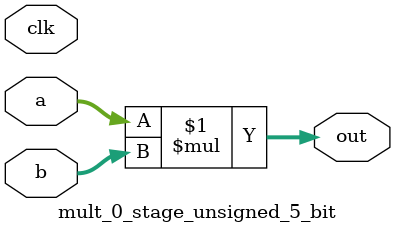
<source format=sv>
(* use_dsp = "yes" *) module mult_0_stage_unsigned_5_bit(
	input  [4:0] a,
	input  [4:0] b,
	output [4:0] out,
	input clk);

	assign out = a * b;
endmodule

</source>
